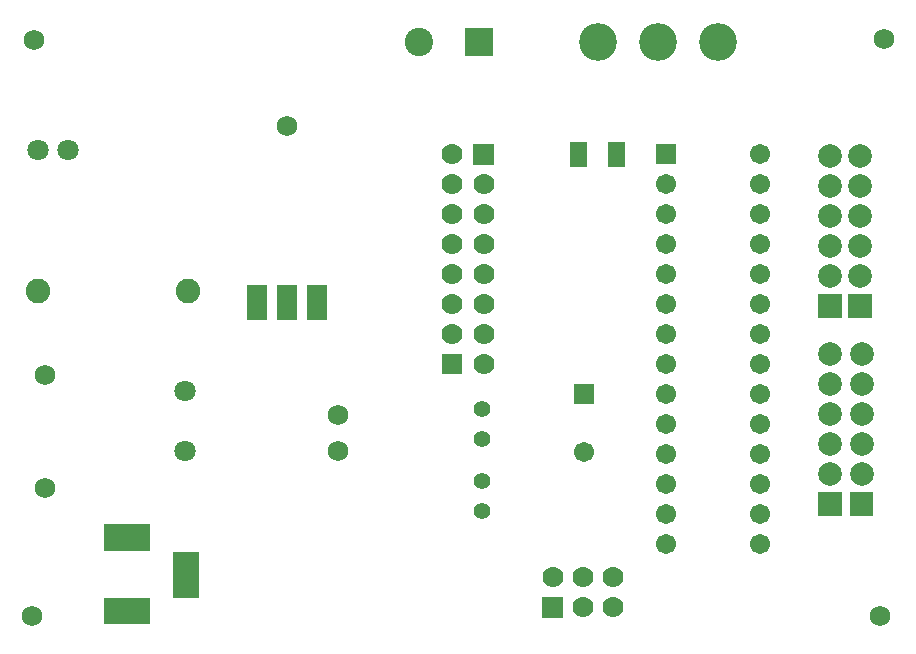
<source format=gts>
G04 Layer: TopSolderMaskLayer*
G04 EasyEDA v6.4.7, 2020-09-27T19:17:12+06:30*
G04 5f9934904fa34247908da0985e5d9101,0cefe5c53dde44a4b7081b089a27013d,10*
G04 Gerber Generator version 0.2*
G04 Scale: 100 percent, Rotated: No, Reflected: No *
G04 Dimensions in millimeters *
G04 leading zeros omitted , absolute positions ,3 integer and 3 decimal *
%FSLAX33Y33*%
%MOMM*%
G90*
D02*

%ADD42C,1.727200*%
%ADD43R,1.778000X1.778000*%
%ADD44C,1.778000*%
%ADD45C,2.003196*%
%ADD47C,3.203194*%
%ADD48C,1.803197*%
%ADD49C,2.082800*%
%ADD51C,2.403196*%
%ADD55C,1.752600*%
%ADD57C,1.703197*%
%ADD58C,1.397000*%

%LPD*%
G54D42*
G01X2286Y50927D03*
G01X74295Y51054D03*
G01X2159Y2159D03*
G01X73914Y2159D03*
G01X23749Y43688D03*
G54D43*
G01X37719Y23495D03*
G54D44*
G01X37719Y26035D03*
G01X37719Y28575D03*
G01X37719Y31115D03*
G01X37719Y33655D03*
G01X37719Y36195D03*
G01X37719Y38735D03*
G01X37719Y41275D03*
G54D45*
G01X72390Y24384D03*
G01X72390Y21844D03*
G01X72390Y19304D03*
G01X72390Y16764D03*
G01X72390Y14224D03*
G36*
G01X71389Y10683D02*
G01X71389Y12684D01*
G01X73390Y12684D01*
G01X73390Y10683D01*
G01X71389Y10683D01*
G37*
G01X72263Y41148D03*
G01X72263Y38608D03*
G01X72263Y36068D03*
G01X72263Y33528D03*
G01X72263Y30988D03*
G36*
G01X71262Y27447D02*
G01X71262Y29448D01*
G01X73263Y29448D01*
G01X73263Y27447D01*
G01X71262Y27447D01*
G37*
G54D47*
G01X60198Y50800D03*
G01X55118Y50800D03*
G01X50038Y50800D03*
G54D48*
G01X2667Y41656D03*
G01X5207Y41656D03*
G36*
G01X39497Y40386D02*
G01X39497Y42164D01*
G01X41275Y42164D01*
G01X41275Y40386D01*
G01X39497Y40386D01*
G37*
G54D44*
G01X40386Y38735D03*
G01X40386Y36195D03*
G01X40386Y33655D03*
G01X40386Y31115D03*
G01X40386Y28575D03*
G01X40386Y26035D03*
G01X40386Y23495D03*
G54D49*
G01X15367Y29718D03*
G01X2667Y29718D03*
G36*
G01X38803Y49598D02*
G01X38803Y52001D01*
G01X41206Y52001D01*
G01X41206Y49598D01*
G01X38803Y49598D01*
G37*
G54D51*
G01X34925Y50800D03*
G36*
G01X8293Y1485D02*
G01X8293Y3721D01*
G01X12153Y3721D01*
G01X12153Y1485D01*
G01X8293Y1485D01*
G37*
G36*
G01X8293Y7708D02*
G01X8293Y9944D01*
G01X12153Y9944D01*
G01X12153Y7708D01*
G01X8293Y7708D01*
G37*
G36*
G01X14058Y3721D02*
G01X14058Y7581D01*
G01X16294Y7581D01*
G01X16294Y3721D01*
G01X14058Y3721D01*
G37*
G54D45*
G01X69723Y24384D03*
G01X69723Y21844D03*
G01X69723Y19304D03*
G01X69723Y16764D03*
G01X69723Y14224D03*
G36*
G01X68722Y10683D02*
G01X68722Y12684D01*
G01X70723Y12684D01*
G01X70723Y10683D01*
G01X68722Y10683D01*
G37*
G36*
G01X20350Y27233D02*
G01X20350Y30167D01*
G01X22067Y30167D01*
G01X22067Y27233D01*
G01X20350Y27233D01*
G37*
G36*
G01X22890Y27233D02*
G01X22890Y30167D01*
G01X24607Y30167D01*
G01X24607Y27233D01*
G01X22890Y27233D01*
G37*
G36*
G01X25430Y27233D02*
G01X25430Y30167D01*
G01X27147Y30167D01*
G01X27147Y27233D01*
G01X25430Y27233D01*
G37*
G54D55*
G01X3225Y22580D03*
G01X3225Y13030D03*
G36*
G01X54965Y40424D02*
G01X54965Y42125D01*
G01X56667Y42125D01*
G01X56667Y40424D01*
G01X54965Y40424D01*
G37*
G54D57*
G01X55817Y38735D03*
G01X55817Y36195D03*
G01X55817Y33655D03*
G01X55817Y31115D03*
G01X55817Y28575D03*
G01X55817Y26035D03*
G01X55817Y23495D03*
G01X55817Y20955D03*
G01X55817Y18415D03*
G01X55817Y15875D03*
G01X55817Y13335D03*
G01X55817Y10795D03*
G01X55817Y8255D03*
G01X63816Y41275D03*
G01X63816Y38735D03*
G01X63816Y36195D03*
G01X63816Y33655D03*
G01X63816Y31115D03*
G01X63816Y28575D03*
G01X63816Y26035D03*
G01X63816Y23495D03*
G01X63816Y20955D03*
G01X63816Y18415D03*
G01X63816Y15875D03*
G01X63816Y13335D03*
G01X63816Y10795D03*
G01X63816Y8255D03*
G54D45*
G01X69723Y41148D03*
G01X69723Y38608D03*
G01X69723Y36068D03*
G01X69723Y33528D03*
G01X69723Y30988D03*
G36*
G01X68722Y27447D02*
G01X68722Y29448D01*
G01X70723Y29448D01*
G01X70723Y27447D01*
G01X68722Y27447D01*
G37*
G54D48*
G01X15113Y16129D03*
G01X15113Y21209D03*
G54D42*
G01X28067Y19177D03*
G01X28067Y16129D03*
G36*
G01X48044Y20129D02*
G01X48044Y21831D01*
G01X49745Y21831D01*
G01X49745Y20129D01*
G01X48044Y20129D01*
G37*
G54D57*
G01X48895Y16103D03*
G54D58*
G01X40259Y17145D03*
G01X40259Y19685D03*
G01X40259Y13589D03*
G01X40259Y11049D03*
G36*
G01X47736Y40223D02*
G01X47736Y42326D01*
G01X49138Y42326D01*
G01X49138Y40223D01*
G01X47736Y40223D01*
G37*
G36*
G01X50937Y40223D02*
G01X50937Y42326D01*
G01X52339Y42326D01*
G01X52339Y40223D01*
G01X50937Y40223D01*
G37*
G54D44*
G01X51308Y5461D03*
G01X51308Y2921D03*
G01X48768Y5461D03*
G01X48768Y2921D03*
G01X46228Y5461D03*
G36*
G01X45339Y2032D02*
G01X45339Y3810D01*
G01X47117Y3810D01*
G01X47117Y2032D01*
G01X45339Y2032D01*
G37*
M00*
M02*

</source>
